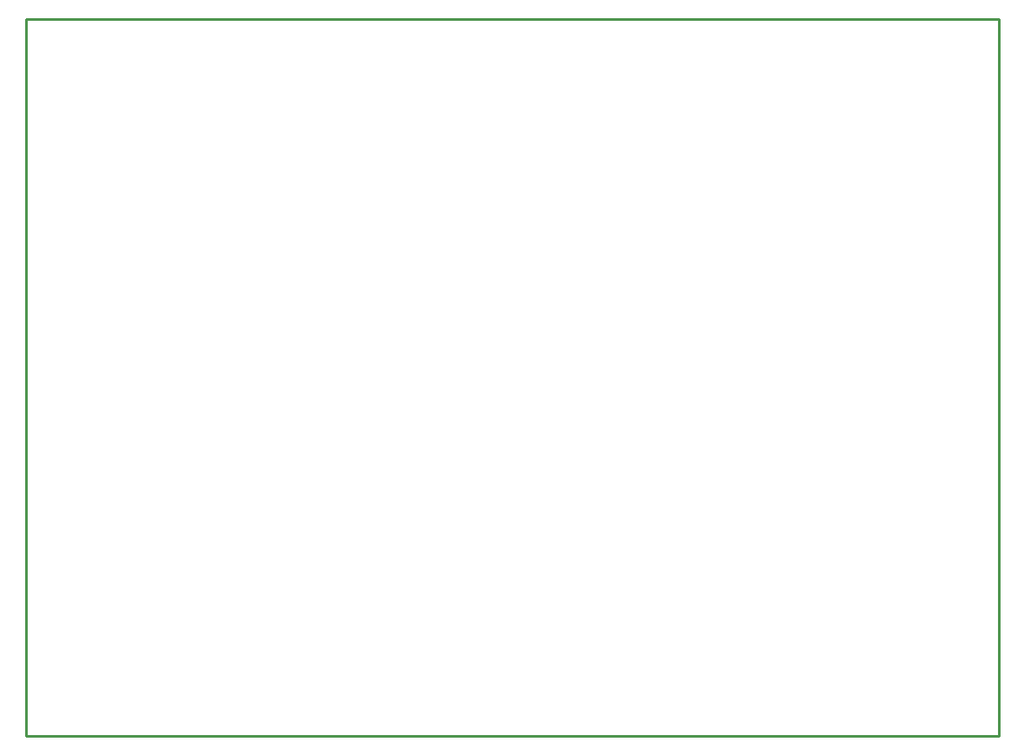
<source format=gko>
%FSDAX23Y23*%
%MOMM*%
%SFA1B1*%

%IPPOS*%
%ADD21C,0.253999*%
%LNpcb1-1*%
%LPD*%
G54D21*
X00000Y00000D02*
Y69999D01*
Y00000D02*
X94999D01*
Y69999*
X00000D02*
X94999D01*
M02*
</source>
